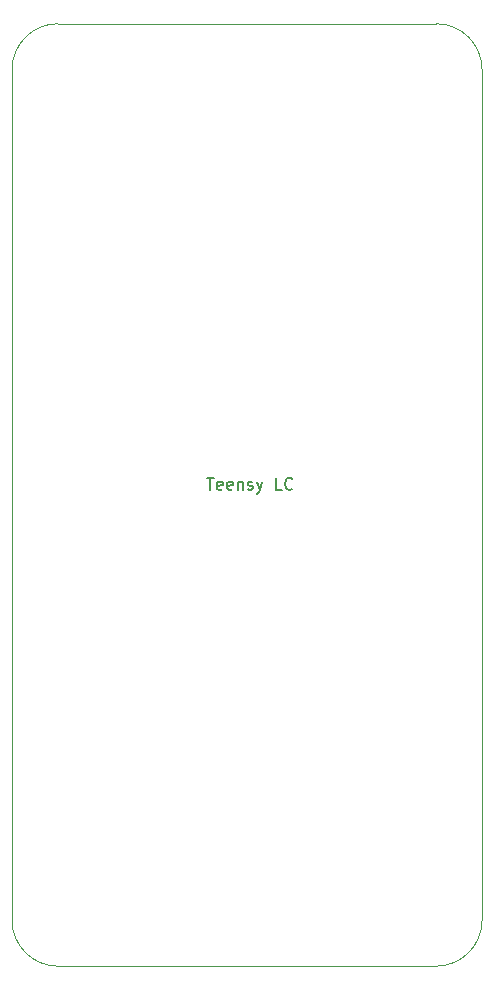
<source format=gbr>
%TF.GenerationSoftware,KiCad,Pcbnew,4.0.5-e0-6337~49~ubuntu16.04.1*%
%TF.CreationDate,2017-01-20T22:39:39-08:00*%
%TF.ProjectId,5x10-Teensy-LC-Breakout,357831302D5465656E73792D4C432D42,1.0*%
%TF.FileFunction,Other,Fab,Top*%
%FSLAX46Y46*%
G04 Gerber Fmt 4.6, Leading zero omitted, Abs format (unit mm)*
G04 Created by KiCad (PCBNEW 4.0.5-e0-6337~49~ubuntu16.04.1) date Fri Jan 20 22:39:39 2017*
%MOMM*%
%LPD*%
G01*
G04 APERTURE LIST*
%ADD10C,0.350000*%
%ADD11C,0.040640*%
%ADD12C,0.150000*%
G04 APERTURE END LIST*
D10*
D11*
X120384760Y-123188560D02*
X152384760Y-123188560D01*
X152384760Y-43388560D02*
X120384760Y-43388560D01*
X116484760Y-47288560D02*
X116484760Y-119288560D01*
X116484766Y-119295367D02*
G75*
G03X120384760Y-123188560I3899994J6807D01*
G01*
X120384760Y-43388560D02*
G75*
G03X116484760Y-47288560I0J-3900000D01*
G01*
X156284760Y-119288560D02*
X156284760Y-47288560D01*
X156284754Y-47281753D02*
G75*
G03X152384760Y-43388560I-3899994J-6807D01*
G01*
X152384760Y-123188560D02*
G75*
G03X156284760Y-119288560I0J3900000D01*
G01*
D12*
X132974093Y-81842241D02*
X133545522Y-81842241D01*
X133259807Y-82842241D02*
X133259807Y-81842241D01*
X134259808Y-82794622D02*
X134164570Y-82842241D01*
X133974093Y-82842241D01*
X133878855Y-82794622D01*
X133831236Y-82699384D01*
X133831236Y-82318431D01*
X133878855Y-82223193D01*
X133974093Y-82175574D01*
X134164570Y-82175574D01*
X134259808Y-82223193D01*
X134307427Y-82318431D01*
X134307427Y-82413670D01*
X133831236Y-82508908D01*
X135116951Y-82794622D02*
X135021713Y-82842241D01*
X134831236Y-82842241D01*
X134735998Y-82794622D01*
X134688379Y-82699384D01*
X134688379Y-82318431D01*
X134735998Y-82223193D01*
X134831236Y-82175574D01*
X135021713Y-82175574D01*
X135116951Y-82223193D01*
X135164570Y-82318431D01*
X135164570Y-82413670D01*
X134688379Y-82508908D01*
X135593141Y-82175574D02*
X135593141Y-82842241D01*
X135593141Y-82270812D02*
X135640760Y-82223193D01*
X135735998Y-82175574D01*
X135878856Y-82175574D01*
X135974094Y-82223193D01*
X136021713Y-82318431D01*
X136021713Y-82842241D01*
X136450284Y-82794622D02*
X136545522Y-82842241D01*
X136735998Y-82842241D01*
X136831237Y-82794622D01*
X136878856Y-82699384D01*
X136878856Y-82651765D01*
X136831237Y-82556527D01*
X136735998Y-82508908D01*
X136593141Y-82508908D01*
X136497903Y-82461289D01*
X136450284Y-82366050D01*
X136450284Y-82318431D01*
X136497903Y-82223193D01*
X136593141Y-82175574D01*
X136735998Y-82175574D01*
X136831237Y-82223193D01*
X137212189Y-82175574D02*
X137450284Y-82842241D01*
X137688380Y-82175574D02*
X137450284Y-82842241D01*
X137355046Y-83080336D01*
X137307427Y-83127955D01*
X137212189Y-83175574D01*
X139307428Y-82842241D02*
X138831237Y-82842241D01*
X138831237Y-81842241D01*
X140212190Y-82747003D02*
X140164571Y-82794622D01*
X140021714Y-82842241D01*
X139926476Y-82842241D01*
X139783618Y-82794622D01*
X139688380Y-82699384D01*
X139640761Y-82604146D01*
X139593142Y-82413670D01*
X139593142Y-82270812D01*
X139640761Y-82080336D01*
X139688380Y-81985098D01*
X139783618Y-81889860D01*
X139926476Y-81842241D01*
X140021714Y-81842241D01*
X140164571Y-81889860D01*
X140212190Y-81937479D01*
M02*

</source>
